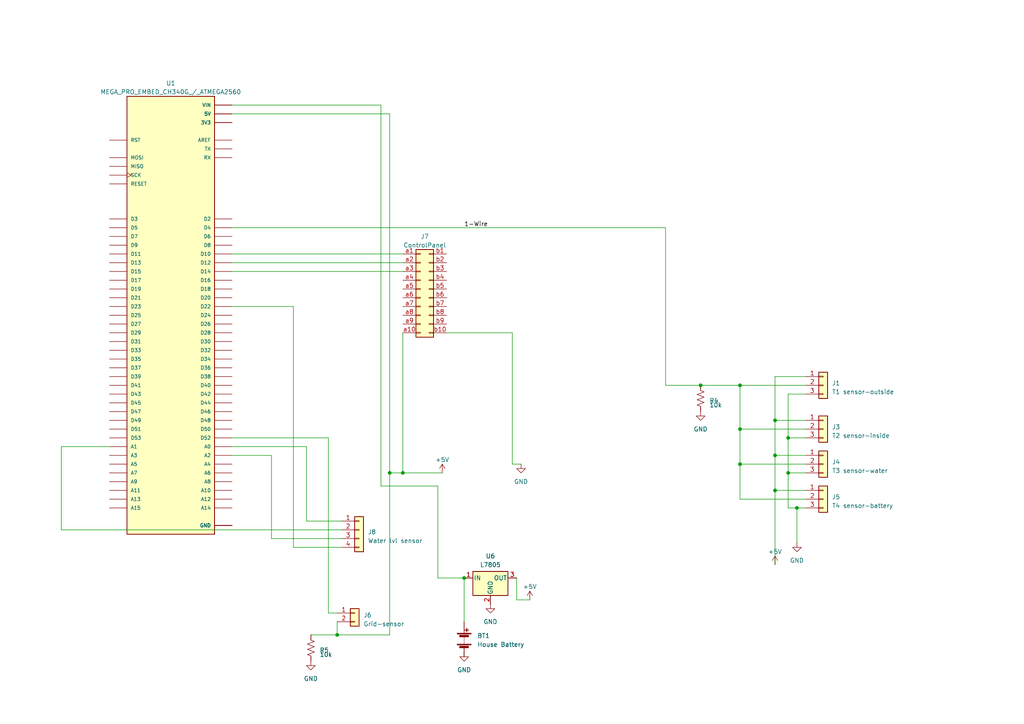
<source format=kicad_sch>
(kicad_sch (version 20230121) (generator eeschema)
  (paper "A4")
  (lib_symbols
    (symbol "Connector_Generic:Conn_01x02" (pin_names (offset 1.016) hide)
      (property "Reference" "J" (at 0 2.54 0))
      (property "Value" "Conn_01x02" (at 0 -5.08 0))
      (symbol "Conn_01x02_1_1"
        (rectangle (start -1.27 -2.413) (end 0 -2.667) (stroke (width 0.1524)))
        (rectangle (start -1.27 0.127) (end 0 -0.127) (stroke (width 0.1524)))
        (rectangle (start -1.27 1.27) (end 1.27 -3.81) (stroke (width 0.254)) (fill (type background)))
        (pin passive line (at -5.08 0 0) (length 3.81) (name "Pin_1") (number "1"))
        (pin passive line (at -5.08 -2.54 0) (length 3.81) (name "Pin_2") (number "2"))
      )
    )
    (symbol "Connector_Generic:Conn_01x03" (pin_names (offset 1.016) hide)
      (property "Reference" "J" (at 0 5.08 0))
      (property "Value" "Conn_01x03" (at 0 -5.08 0))
      (symbol "Conn_01x03_1_1"
        (rectangle (start -1.27 -2.413) (end 0 -2.667) (stroke (width 0.1524)))
        (rectangle (start -1.27 0.127) (end 0 -0.127) (stroke (width 0.1524)))
        (rectangle (start -1.27 2.667) (end 0 2.413) (stroke (width 0.1524)))
        (rectangle (start -1.27 3.81) (end 1.27 -3.81) (stroke (width 0.254)) (fill (type background)))
        (pin passive line (at -5.08 2.54 0) (length 3.81) (name "Pin_1") (number "1"))
        (pin passive line (at -5.08 0 0) (length 3.81) (name "Pin_2") (number "2"))
        (pin passive line (at -5.08 -2.54 0) (length 3.81) (name "Pin_3") (number "3"))
      )
    )
    (symbol "Connector_Generic:Conn_01x04" (pin_names (offset 1.016) hide)
      (property "Reference" "J8" (at 2.54 -0.635 0))
      (property "Value" "Water lvl sensor" (at 2.54 -3.175 0))
      (symbol "Conn_01x04_1_1"
        (rectangle (start -1.27 -4.953) (end 0 -5.207) (stroke (width 0.1524)))
        (rectangle (start -1.27 -2.413) (end 0 -2.667) (stroke (width 0.1524)))
        (rectangle (start -1.27 0.127) (end 0 -0.127) (stroke (width 0.1524)))
        (rectangle (start -1.27 2.667) (end 0 2.413) (stroke (width 0.1524)))
        (rectangle (start -1.27 3.81) (end 1.27 -6.35) (stroke (width 0.254)) (fill (type background)))
        (pin input line (at -5.08 2.54 0) (length 3.81) (name "yellow") (number "1"))
        (pin input line (at -5.08 0 0) (length 3.81) (name "green") (number "2"))
        (pin input line (at -5.08 -2.54 0) (length 3.81) (name "bronze") (number "3"))
        (pin output line (at -5.08 -5.08 0) (length 3.81) (name "white") (number "4"))
      )
    )
    (symbol "Connector_Generic:Conn_02x10_Row_Letter_First" (pin_names (offset 1.016) hide)
      (property "Reference" "J7" (at 1.27 15.24 0))
      (property "Value" "ControlPanel" (at 1.27 12.7 0))
      (symbol "Conn_02x10_Row_Letter_First_1_1"
        (rectangle (start -1.27 -12.573) (end 0 -12.827) (stroke (width 0.1524)))
        (rectangle (start -1.27 -10.033) (end 0 -10.287) (stroke (width 0.1524)))
        (rectangle (start -1.27 -7.493) (end 0 -7.747) (stroke (width 0.1524)))
        (rectangle (start -1.27 -4.953) (end 0 -5.207) (stroke (width 0.1524)))
        (rectangle (start -1.27 -2.413) (end 0 -2.667) (stroke (width 0.1524)))
        (rectangle (start -1.27 0.127) (end 0 -0.127) (stroke (width 0.1524)))
        (rectangle (start -1.27 2.667) (end 0 2.413) (stroke (width 0.1524)))
        (rectangle (start -1.27 5.207) (end 0 4.953) (stroke (width 0.1524)))
        (rectangle (start -1.27 7.747) (end 0 7.493) (stroke (width 0.1524)))
        (rectangle (start -1.27 10.287) (end 0 10.033) (stroke (width 0.1524)))
        (rectangle (start -1.27 11.43) (end 3.81 -13.97) (stroke (width 0.254)) (fill (type background)))
        (rectangle (start 3.81 -12.573) (end 2.54 -12.827) (stroke (width 0.1524)))
        (rectangle (start 3.81 -10.033) (end 2.54 -10.287) (stroke (width 0.1524)))
        (rectangle (start 3.81 -7.493) (end 2.54 -7.747) (stroke (width 0.1524)))
        (rectangle (start 3.81 -4.953) (end 2.54 -5.207) (stroke (width 0.1524)))
        (rectangle (start 3.81 -2.413) (end 2.54 -2.667) (stroke (width 0.1524)))
        (rectangle (start 3.81 0.127) (end 2.54 -0.127) (stroke (width 0.1524)))
        (rectangle (start 3.81 2.667) (end 2.54 2.413) (stroke (width 0.1524)))
        (rectangle (start 3.81 5.207) (end 2.54 4.953) (stroke (width 0.1524)))
        (rectangle (start 3.81 7.747) (end 2.54 7.493) (stroke (width 0.1524)))
        (rectangle (start 3.81 10.287) (end 2.54 10.033) (stroke (width 0.1524)))
        (pin passive line (at -5.08 10.16 0) (length 3.81) (name "MainBTN") (number "a1"))
        (pin passive line (at -5.08 -12.7 0) (length 3.81) (name "VIN5V") (number "a10"))
        (pin passive line (at -5.08 7.62 0) (length 3.81) (name "waterBTN") (number "a2"))
        (pin passive line (at -5.08 5.08 0) (length 3.81) (name "gasBTN") (number "a3"))
        (pin passive line (at -5.08 2.54 0) (length 3.81) (name "lightsBTN") (number "a4"))
        (pin passive line (at -5.08 0 0) (length 3.81) (name "gasHeatingBTN") (number "a5"))
        (pin passive line (at -5.08 -2.54 0) (length 3.81) (name "wentBTN") (number "a6"))
        (pin passive line (at -5.08 -5.08 0) (length 3.81) (name "waterHeatingBTN") (number "a7"))
        (pin passive line (at -5.08 -7.62 0) (length 3.81) (name "batteryHeatingBTN") (number "a8"))
        (pin passive line (at -5.08 -10.16 0) (length 3.81) (name "Pin_a9") (number "a9"))
        (pin passive line (at 7.62 10.16 180) (length 3.81) (name "todo") (number "b1"))
        (pin passive line (at 7.62 -12.7 180) (length 3.81) (name "GND") (number "b10"))
        (pin passive line (at 7.62 7.62 180) (length 3.81) (name "waterRelay") (number "b2"))
        (pin passive line (at 7.62 5.08 180) (length 3.81) (name "gasRelay") (number "b3"))
        (pin passive line (at 7.62 2.54 180) (length 3.81) (name "lightsRelay") (number "b4"))
        (pin passive line (at 7.62 0 180) (length 3.81) (name "gasHeatingRelay") (number "b5"))
        (pin passive line (at 7.62 -2.54 180) (length 3.81) (name "wentRelay") (number "b6"))
        (pin passive line (at 7.62 -5.08 180) (length 3.81) (name "waterHeatingRelay") (number "b7"))
        (pin passive line (at 7.62 -7.62 180) (length 3.81) (name "batteryHeatingRelay") (number "b8"))
        (pin passive line (at 7.62 -10.16 180) (length 3.81) (name "Pin_b9") (number "b9"))
      )
    )
    (symbol "Device:Battery" (pin_numbers hide) (pin_names (offset 0) hide)
      (property "Reference" "BT" (at 2.54 2.54 0))
      (property "Value" "Battery" (at 2.54 0 0))
      (symbol "Battery_0_1"
        (rectangle (start -2.032 -1.397) (end 2.032 -1.651) (fill (type outline)))
        (rectangle (start -2.032 1.778) (end 2.032 1.524) (fill (type outline)))
        (rectangle (start -1.3208 -1.9812) (end 1.27 -2.4892) (fill (type outline)))
        (rectangle (start -1.3208 1.1938) (end 1.27 0.6858) (fill (type outline)))
        (polyline (pts (xy 0 -1.524) (xy 0 -1.27)))
        (polyline (pts (xy 0 -1.016) (xy 0 -0.762)))
        (polyline (pts (xy 0 -0.508) (xy 0 -0.254)))
        (polyline (pts (xy 0 0) (xy 0 0.254)))
        (polyline (pts (xy 0 0.508) (xy 0 0.762)))
        (polyline (pts (xy 0 1.778) (xy 0 2.54)))
        (polyline (pts (xy 0.254 2.667) (xy 1.27 2.667)) (stroke (width 0.254)))
        (polyline (pts (xy 0.762 3.175) (xy 0.762 2.159)) (stroke (width 0.254)))
      )
      (symbol "Battery_1_1"
        (pin passive line (at 0 5.08 270) (length 2.54) (name "+") (number "1"))
        (pin passive line (at 0 -5.08 90) (length 2.54) (name "-") (number "2"))
      )
    )
    (symbol "Device:R_US" (pin_numbers hide) (pin_names (offset 0))
      (property "Reference" "R" (at 2.54 0 90))
      (property "Value" "R_US" (at -2.54 0 90))
      (symbol "R_US_0_1"
        (polyline (pts (xy 0 -2.286) (xy 0 -2.54)))
        (polyline (pts (xy 0 2.286) (xy 0 2.54)))
        (polyline (pts (xy 0 -0.762) (xy 1.016 -1.143) (xy 0 -1.524) (xy -1.016 -1.905) (xy 0 -2.286)))
        (polyline (pts (xy 0 0.762) (xy 1.016 0.381) (xy 0 0) (xy -1.016 -0.381) (xy 0 -0.762)))
        (polyline (pts (xy 0 2.286) (xy 1.016 1.905) (xy 0 1.524) (xy -1.016 1.143) (xy 0 0.762)))
      )
      (symbol "R_US_1_1"
        (pin passive line (at 0 3.81 270) (length 1.27) (name "~") (number "1"))
        (pin passive line (at 0 -3.81 90) (length 1.27) (name "~") (number "2"))
      )
    )
    (symbol "MEGA_PRO_EMBED_CH340G___ATMEGA2560:MEGA_PRO_EMBED_CH340G_/_ATMEGA2560" (pin_numbers hide) (pin_names (offset 1.016))
      (property "Reference" "U" (at -12.7 63.5 0))
      (property "Value" "MEGA_PRO_EMBED_CH340G_/_ATMEGA2560" (at -12.7 -66.04 0))
      (symbol "MEGA_PRO_EMBED_CH340G_/_ATMEGA2560_0_0"
        (rectangle (start -12.7 -63.5) (end 12.7 63.5) (stroke (width 0.254)) (fill (type background)))
        (pin power_in line (at 17.78 55.88 180) (length 5.08) (name "3V3") (number "3V3_1"))
        (pin power_in line (at 17.78 55.88 180) (length 5.08) (name "3V3") (number "3V3_2"))
        (pin power_in line (at 17.78 58.42 180) (length 5.08) (name "5V") (number "5V_1"))
        (pin power_in line (at 17.78 58.42 180) (length 5.08) (name "5V") (number "5V_2"))
        (pin power_in line (at 17.78 58.42 180) (length 5.08) (name "5V") (number "5V_3"))
        (pin bidirectional line (at 17.78 -38.1 180) (length 5.08) (name "A0") (number "A0"))
        (pin bidirectional line (at -17.78 -38.1 0) (length 5.08) (name "A1") (number "A1"))
        (pin bidirectional line (at 17.78 -50.8 180) (length 5.08) (name "A10") (number "A10"))
        (pin bidirectional line (at -17.78 -50.8 0) (length 5.08) (name "A11") (number "A11"))
        (pin bidirectional line (at 17.78 -53.34 180) (length 5.08) (name "A12") (number "A12"))
        (pin bidirectional line (at -17.78 -53.34 0) (length 5.08) (name "A13") (number "A13"))
        (pin bidirectional line (at 17.78 -55.88 180) (length 5.08) (name "A14") (number "A14"))
        (pin bidirectional line (at -17.78 -55.88 0) (length 5.08) (name "A15") (number "A15"))
        (pin bidirectional line (at 17.78 -40.64 180) (length 5.08) (name "A2") (number "A2"))
        (pin bidirectional line (at -17.78 -40.64 0) (length 5.08) (name "A3") (number "A3"))
        (pin bidirectional line (at 17.78 -43.18 180) (length 5.08) (name "A4") (number "A4"))
        (pin bidirectional line (at -17.78 -43.18 0) (length 5.08) (name "A5") (number "A5"))
        (pin bidirectional line (at 17.78 -45.72 180) (length 5.08) (name "A6") (number "A6"))
        (pin bidirectional line (at -17.78 -45.72 0) (length 5.08) (name "A7") (number "A7"))
        (pin bidirectional line (at 17.78 -48.26 180) (length 5.08) (name "A8") (number "A8"))
        (pin bidirectional line (at -17.78 -48.26 0) (length 5.08) (name "A9") (number "A9"))
        (pin bidirectional line (at 17.78 50.8 180) (length 5.08) (name "AREF") (number "AREF"))
        (pin bidirectional line (at 17.78 17.78 180) (length 5.08) (name "D10") (number "D10"))
        (pin bidirectional line (at -17.78 17.78 0) (length 5.08) (name "D11") (number "D11"))
        (pin bidirectional line (at 17.78 15.24 180) (length 5.08) (name "D12") (number "D12"))
        (pin bidirectional line (at -17.78 15.24 0) (length 5.08) (name "D13") (number "D13"))
        (pin bidirectional line (at 17.78 12.7 180) (length 5.08) (name "D14") (number "D14"))
        (pin bidirectional line (at -17.78 12.7 0) (length 5.08) (name "D15") (number "D15"))
        (pin bidirectional line (at 17.78 10.16 180) (length 5.08) (name "D16") (number "D16"))
        (pin bidirectional line (at -17.78 10.16 0) (length 5.08) (name "D17") (number "D17"))
        (pin bidirectional line (at 17.78 7.62 180) (length 5.08) (name "D18") (number "D18"))
        (pin bidirectional line (at -17.78 7.62 0) (length 5.08) (name "D19") (number "D19"))
        (pin bidirectional line (at 17.78 27.94 180) (length 5.08) (name "D2") (number "D2"))
        (pin bidirectional line (at 17.78 5.08 180) (length 5.08) (name "D20") (number "D20"))
        (pin bidirectional line (at -17.78 5.08 0) (length 5.08) (name "D21") (number "D21"))
        (pin bidirectional line (at 17.78 2.54 180) (length 5.08) (name "D22") (number "D22"))
        (pin bidirectional line (at -17.78 2.54 0) (length 5.08) (name "D23") (number "D23"))
        (pin bidirectional line (at 17.78 0 180) (length 5.08) (name "D24") (number "D24"))
        (pin bidirectional line (at -17.78 0 0) (length 5.08) (name "D25") (number "D25"))
        (pin bidirectional line (at 17.78 -2.54 180) (length 5.08) (name "D26") (number "D26"))
        (pin bidirectional line (at -17.78 -2.54 0) (length 5.08) (name "D27") (number "D27"))
        (pin bidirectional line (at 17.78 -5.08 180) (length 5.08) (name "D28") (number "D28"))
        (pin bidirectional line (at -17.78 -5.08 0) (length 5.08) (name "D29") (number "D29"))
        (pin bidirectional line (at -17.78 27.94 0) (length 5.08) (name "D3") (number "D3"))
        (pin bidirectional line (at 17.78 -7.62 180) (length 5.08) (name "D30") (number "D30"))
        (pin bidirectional line (at -17.78 -7.62 0) (length 5.08) (name "D31") (number "D31"))
        (pin bidirectional line (at 17.78 -10.16 180) (length 5.08) (name "D32") (number "D32"))
        (pin bidirectional line (at -17.78 -10.16 0) (length 5.08) (name "D33") (number "D33"))
        (pin bidirectional line (at 17.78 -12.7 180) (length 5.08) (name "D34") (number "D34"))
        (pin bidirectional line (at -17.78 -12.7 0) (length 5.08) (name "D35") (number "D35"))
        (pin bidirectional line (at 17.78 -15.24 180) (length 5.08) (name "D36") (number "D36"))
        (pin bidirectional line (at -17.78 -15.24 0) (length 5.08) (name "D37") (number "D37"))
        (pin bidirectional line (at 17.78 -17.78 180) (length 5.08) (name "D38") (number "D38"))
        (pin bidirectional line (at -17.78 -17.78 0) (length 5.08) (name "D39") (number "D39"))
        (pin bidirectional line (at 17.78 25.4 180) (length 5.08) (name "D4") (number "D4"))
        (pin bidirectional line (at 17.78 -20.32 180) (length 5.08) (name "D40") (number "D40"))
        (pin bidirectional line (at -17.78 -20.32 0) (length 5.08) (name "D41") (number "D41"))
        (pin bidirectional line (at 17.78 -22.86 180) (length 5.08) (name "D42") (number "D42"))
        (pin bidirectional line (at -17.78 -22.86 0) (length 5.08) (name "D43") (number "D43"))
        (pin bidirectional line (at 17.78 -25.4 180) (length 5.08) (name "D44") (number "D44"))
        (pin bidirectional line (at -17.78 -25.4 0) (length 5.08) (name "D45") (number "D45"))
        (pin bidirectional line (at 17.78 -27.94 180) (length 5.08) (name "D46") (number "D46"))
        (pin bidirectional line (at -17.78 -27.94 0) (length 5.08) (name "D47") (number "D47"))
        (pin bidirectional line (at 17.78 -30.48 180) (length 5.08) (name "D48") (number "D48"))
        (pin bidirectional line (at -17.78 -30.48 0) (length 5.08) (name "D49") (number "D49"))
        (pin bidirectional line (at -17.78 25.4 0) (length 5.08) (name "D5") (number "D5"))
        (pin bidirectional line (at 17.78 -33.02 180) (length 5.08) (name "D50") (number "D50"))
        (pin bidirectional line (at -17.78 -33.02 0) (length 5.08) (name "D51") (number "D51"))
        (pin bidirectional line (at 17.78 -35.56 180) (length 5.08) (name "D52") (number "D52"))
        (pin bidirectional line (at -17.78 -35.56 0) (length 5.08) (name "D53") (number "D53"))
        (pin bidirectional line (at 17.78 22.86 180) (length 5.08) (name "D6") (number "D6"))
        (pin bidirectional line (at -17.78 22.86 0) (length 5.08) (name "D7") (number "D7"))
        (pin bidirectional line (at 17.78 20.32 180) (length 5.08) (name "D8") (number "D8"))
        (pin bidirectional line (at -17.78 20.32 0) (length 5.08) (name "D9") (number "D9"))
        (pin power_in line (at 17.78 -60.96 180) (length 5.08) (name "GND") (number "GND_1"))
        (pin power_in line (at 17.78 -60.96 180) (length 5.08) (name "GND") (number "GND_2"))
        (pin power_in line (at 17.78 -60.96 180) (length 5.08) (name "GND") (number "GND_3"))
        (pin bidirectional line (at -17.78 43.18 0) (length 5.08) (name "MISO") (number "MISO"))
        (pin bidirectional line (at -17.78 45.72 0) (length 5.08) (name "MOSI") (number "MOSI"))
        (pin input line (at -17.78 38.1 0) (length 5.08) (name "RESET") (number "RESET"))
        (pin input line (at -17.78 50.8 0) (length 5.08) (name "RST") (number "RST"))
        (pin input line (at 17.78 45.72 180) (length 5.08) (name "RX") (number "RX"))
        (pin bidirectional clock (at -17.78 40.64 0) (length 5.08) (name "SCK") (number "SCK"))
        (pin output line (at 17.78 48.26 180) (length 5.08) (name "TX") (number "TX"))
        (pin output line (at 17.78 60.96 180) (length 5.08) (name "VIN") (number "VIN_1"))
        (pin output line (at 17.78 60.96 180) (length 5.08) (name "VIN") (number "VIN_2"))
      )
    )
    (symbol "Regulator_Linear:L7805" (pin_names (offset 0.254))
      (property "Reference" "U" (at -3.81 3.175 0))
      (property "Value" "L7805" (at 0 3.175 0))
      (symbol "L7805_0_1"
        (rectangle (start -5.08 1.905) (end 5.08 -5.08) (stroke (width 0.254)) (fill (type background)))
      )
      (symbol "L7805_1_1"
        (pin power_in line (at -7.62 0 0) (length 2.54) (name "IN") (number "1"))
        (pin power_in line (at 0 -7.62 90) (length 2.54) (name "GND") (number "2"))
        (pin power_out line (at 7.62 0 180) (length 2.54) (name "OUT") (number "3"))
      )
    )
    (symbol "power:+5V" (power) (pin_names (offset 0))
      (property "Value" "+5V" (at 0 3.556 0))
      (symbol "+5V_0_1"
        (polyline (pts (xy -0.762 1.27) (xy 0 2.54)))
        (polyline (pts (xy 0 0) (xy 0 2.54)))
        (polyline (pts (xy 0 2.54) (xy 0.762 1.27)))
      )
      (symbol "+5V_1_1"
        (pin power_in line (at 0 0 90) (length 0) hide (name "+5V") (number "1"))
      )
    )
    (symbol "power:GND" (power) (pin_names (offset 0))
      (property "Value" "GND" (at 0 -3.81 0))
      (symbol "GND_0_1"
        (polyline (pts (xy 0 0) (xy 0 -1.27) (xy 1.27 -1.27) (xy 0 -2.54) (xy -1.27 -1.27) (xy 0 -1.27)))
      )
      (symbol "GND_1_1"
        (pin power_in line (at 0 0 270) (length 0) hide (name "GND") (number "1"))
      )
    )
  )
  (junction (at 113.03 137.16))
  (junction (at 231.14 147.32))
  (junction (at 224.79 132.08))
  (junction (at 134.62 167.64))
  (junction (at 97.79 184.15))
  (junction (at 214.63 111.76))
  (junction (at 228.6 127))
  (junction (at 224.79 142.24))
  (junction (at 214.63 134.62))
  (junction (at 116.84 137.16))
  (junction (at 228.6 137.16))
  (junction (at 214.63 124.46))
  (junction (at 224.79 121.92))
  (junction (at 203.2 111.76))
  (wire (pts (xy 88.9 129.54) (xy 67.31 129.54)))
  (wire (pts (xy 193.04 111.76) (xy 203.2 111.76)))
  (wire (pts (xy 85.09 88.9) (xy 85.09 158.75)))
  (wire (pts (xy 224.79 121.92) (xy 224.79 109.22)))
  (wire (pts (xy 149.86 167.64) (xy 149.86 173.99)))
  (wire (pts (xy 88.9 129.54) (xy 88.9 151.13)))
  (wire (pts (xy 31.75 129.54) (xy 17.78 129.54)))
  (wire (pts (xy 129.54 96.52) (xy 148.59 96.52)))
  (wire (pts (xy 95.25 177.8) (xy 97.79 177.8)))
  (wire (pts (xy 149.86 173.99) (xy 153.67 173.99)))
  (wire (pts (xy 17.78 153.67) (xy 99.06 153.67)))
  (wire (pts (xy 113.03 137.16) (xy 113.03 184.15)))
  (wire (pts (xy 233.68 147.32) (xy 231.14 147.32)))
  (wire (pts (xy 228.6 114.3) (xy 228.6 127)))
  (wire (pts (xy 116.84 137.16) (xy 116.84 96.52)))
  (wire (pts (xy 127 167.64) (xy 134.62 167.64)))
  (wire (pts (xy 90.17 184.15) (xy 97.79 184.15)))
  (wire (pts (xy 233.68 124.46) (xy 214.63 124.46)))
  (wire (pts (xy 148.59 96.52) (xy 148.59 134.62)))
  (wire (pts (xy 233.68 134.62) (xy 214.63 134.62)))
  (wire (pts (xy 110.49 140.97) (xy 127 140.97)))
  (wire (pts (xy 95.25 177.8) (xy 95.25 127)))
  (wire (pts (xy 85.09 158.75) (xy 99.06 158.75)))
  (wire (pts (xy 110.49 30.48) (xy 110.49 140.97)))
  (wire (pts (xy 67.31 66.04) (xy 193.04 66.04)))
  (wire (pts (xy 134.62 167.64) (xy 134.62 180.34)))
  (wire (pts (xy 97.79 184.15) (xy 113.03 184.15)))
  (wire (pts (xy 78.74 156.21) (xy 78.74 132.08)))
  (wire (pts (xy 214.63 124.46) (xy 214.63 134.62)))
  (wire (pts (xy 224.79 142.24) (xy 224.79 132.08)))
  (wire (pts (xy 231.14 147.32) (xy 228.6 147.32)))
  (wire (pts (xy 127 140.97) (xy 127 167.64)))
  (wire (pts (xy 224.79 142.24) (xy 233.68 142.24)))
  (wire (pts (xy 148.59 134.62) (xy 151.13 134.62)))
  (wire (pts (xy 113.03 137.16) (xy 116.84 137.16)))
  (wire (pts (xy 116.84 137.16) (xy 128.27 137.16)))
  (wire (pts (xy 214.63 134.62) (xy 214.63 144.78)))
  (wire (pts (xy 67.31 76.2) (xy 116.84 76.2)))
  (wire (pts (xy 228.6 127) (xy 228.6 137.16)))
  (wire (pts (xy 95.25 127) (xy 67.31 127)))
  (wire (pts (xy 67.31 88.9) (xy 85.09 88.9)))
  (wire (pts (xy 233.68 127) (xy 228.6 127)))
  (wire (pts (xy 134.62 189.23) (xy 134.62 190.5)))
  (wire (pts (xy 233.68 137.16) (xy 228.6 137.16)))
  (wire (pts (xy 228.6 137.16) (xy 228.6 147.32)))
  (wire (pts (xy 67.31 33.02) (xy 113.03 33.02)))
  (wire (pts (xy 224.79 163.83) (xy 224.79 142.24)))
  (wire (pts (xy 224.79 132.08) (xy 233.68 132.08)))
  (wire (pts (xy 17.78 129.54) (xy 17.78 153.67)))
  (wire (pts (xy 233.68 111.76) (xy 214.63 111.76)))
  (wire (pts (xy 67.31 78.74) (xy 116.84 78.74)))
  (wire (pts (xy 67.31 73.66) (xy 116.84 73.66)))
  (wire (pts (xy 193.04 111.76) (xy 193.04 66.04)))
  (wire (pts (xy 214.63 111.76) (xy 214.63 124.46)))
  (wire (pts (xy 67.31 30.48) (xy 110.49 30.48)))
  (wire (pts (xy 88.9 151.13) (xy 99.06 151.13)))
  (wire (pts (xy 231.14 147.32) (xy 231.14 157.48)))
  (wire (pts (xy 224.79 132.08) (xy 224.79 121.92)))
  (wire (pts (xy 113.03 33.02) (xy 113.03 137.16)))
  (wire (pts (xy 224.79 109.22) (xy 233.68 109.22)))
  (wire (pts (xy 233.68 114.3) (xy 228.6 114.3)))
  (wire (pts (xy 224.79 121.92) (xy 233.68 121.92)))
  (wire (pts (xy 78.74 132.08) (xy 67.31 132.08)))
  (wire (pts (xy 214.63 111.76) (xy 203.2 111.76)))
  (wire (pts (xy 233.68 144.78) (xy 214.63 144.78)))
  (wire (pts (xy 97.79 180.34) (xy 97.79 184.15)))
  (wire (pts (xy 78.74 156.21) (xy 99.06 156.21)))
  (label "1-Wire" (at 134.62 66.04 0))
  (symbol (lib_id "power:GND") (at 151.13 134.62 0) (unit 1)
    (property "Reference" "#PWR09" (effects hide))
    (property "Value" "GND" (at 151.13 139.7 0))
  )
  (symbol (lib_id "power:+5V") (at 153.67 173.99 0) (unit 1)
    (property "Reference" "#PWR05" (effects hide))
    (property "Value" "+5V" (at 153.67 170.18 0))
  )
  (symbol (lib_id "Connector_Generic:Conn_01x03") (at 238.76 111.76 0) (unit 1)
    (property "Reference" "J1" (at 241.3 111.125 0) (effects (justify left)))
    (property "Value" "T1 sensor-outside" (at 241.3 113.665 0) (effects (justify left)))
  )
  (symbol (lib_id "power:+5V") (at 224.79 163.83 0) (unit 1)
    (property "Reference" "#PWR01" (effects hide))
    (property "Value" "+5V" (at 224.79 160.02 0))
  )
  (symbol (lib_id "Device:Battery") (at 134.62 185.42 0) (unit 1)
    (property "Reference" "BT1" (at 138.43 184.404 0) (effects (justify left)))
    (property "Value" "House Battery" (at 138.43 186.944 0) (effects (justify left)))
  )
  (symbol (lib_id "Connector_Generic:Conn_01x03") (at 238.76 124.46 0) (unit 1)
    (property "Reference" "J3" (at 241.3 123.825 0) (effects (justify left)))
    (property "Value" "T2 sensor-inside" (at 241.3 126.365 0) (effects (justify left)))
  )
  (symbol (lib_id "Device:R_US") (at 90.17 187.96 0) (unit 1)
    (property "Reference" "R5" (at 92.71 188.595 0) (effects (justify left)))
    (property "Value" "10k" (at 92.71 189.865 0) (effects (justify left)))
  )
  (symbol (lib_id "Connector_Generic:Conn_01x02") (at 102.87 177.8 0) (unit 1)
    (property "Reference" "J6" (at 105.41 178.435 0) (effects (justify left)))
    (property "Value" "Grid-sensor" (at 105.41 180.975 0) (effects (justify left)))
  )
  (symbol (lib_id "Connector_Generic:Conn_01x03") (at 238.76 144.78 0) (unit 1)
    (property "Reference" "J5" (at 241.3 144.145 0) (effects (justify left)))
    (property "Value" "T4 sensor-battery" (at 241.3 146.685 0) (effects (justify left)))
  )
  (symbol (lib_id "Connector_Generic:Conn_01x03") (at 238.76 134.62 0) (unit 1)
    (property "Reference" "J4" (at 241.3 133.985 0) (effects (justify left)))
    (property "Value" "T3 sensor-water" (at 241.3 136.525 0) (effects (justify left)))
  )
  (symbol (lib_id "power:GND") (at 142.24 175.26 0) (unit 1)
    (property "Reference" "#PWR07" (effects hide))
    (property "Value" "GND" (at 142.24 180.34 0))
  )
  (symbol (lib_id "Connector_Generic:Conn_01x04") (at 104.14 153.67 0) (unit 1)
    (property "Reference" "J8" (at 106.68 154.305 0) (effects (justify left)))
    (property "Value" "Water lvl sensor" (at 106.68 156.845 0) (effects (justify left)))
  )
  (symbol (lib_id "power:GND") (at 231.14 157.48 0) (unit 1)
    (property "Reference" "#PWR02" (effects hide))
    (property "Value" "GND" (at 231.14 162.56 0))
  )
  (symbol (lib_id "power:GND") (at 90.17 191.77 0) (unit 1)
    (property "Reference" "#PWR010" (effects hide))
    (property "Value" "GND" (at 90.17 196.85 0))
  )
  (symbol (lib_id "MEGA_PRO_EMBED_CH340G___ATMEGA2560:MEGA_PRO_EMBED_CH340G_/_ATMEGA2560") (at 49.53 91.44 0) (unit 1)
    (property "Reference" "U1" (at 49.53 24.13 0))
    (property "Value" "MEGA_PRO_EMBED_CH340G_/_ATMEGA2560" (at 49.53 26.67 0))
    (property "Footprint" "MODULE_MEGA_PRO_EMBED_CH340G_/_ATMEGA2560" (effects hide))
    (property "PARTREV" "12/May/2017" (effects hide))
    (property "STANDARD" "Manufacturer Recommendations" (effects hide))
    (property "MANUFACTURER" "Robotdyn" (effects hide))
  )
  (symbol (lib_id "Connector_Generic:Conn_02x10_Row_Letter_First") (at 121.92 83.82 0) (unit 1)
    (property "Reference" "J7" (at 123.19 68.58 0))
    (property "Value" "ControlPanel" (at 123.19 71.12 0))
  )
  (symbol (lib_id "power:+5V") (at 128.27 137.16 0) (unit 1)
    (property "Reference" "#PWR08" (effects hide))
    (property "Value" "+5V" (at 128.27 133.35 0))
  )
  (symbol (lib_id "Regulator_Linear:L7805") (at 142.24 167.64 0) (unit 1)
    (property "Reference" "U6" (at 142.24 161.29 0))
    (property "Value" "L7805" (at 142.24 163.83 0))
    (property "Datasheet" "http://www.st.com/content/ccc/resource/technical/document/datasheet/41/4f/b3/b0/12/d4/47/88/CD00000444.pdf/files/CD00000444.pdf/jcr:content/translations/en.CD00000444.pdf" (effects hide))
  )
  (symbol (lib_id "Device:R_US") (at 203.2 115.57 0) (unit 1)
    (property "Reference" "R4" (at 205.74 116.205 0) (effects (justify left)))
    (property "Value" "10k" (at 205.74 117.475 0) (effects (justify left)))
  )
  (symbol (lib_id "power:GND") (at 203.2 119.38 0) (unit 1)
    (property "Reference" "#PWR04" (effects hide))
    (property "Value" "GND" (at 203.2 124.46 0))
  )
  (symbol (lib_id "power:GND") (at 134.62 189.23 0) (unit 1)
    (property "Reference" "#PWR06" (effects hide))
    (property "Value" "GND" (at 134.62 194.31 0))
  )
)
</source>
